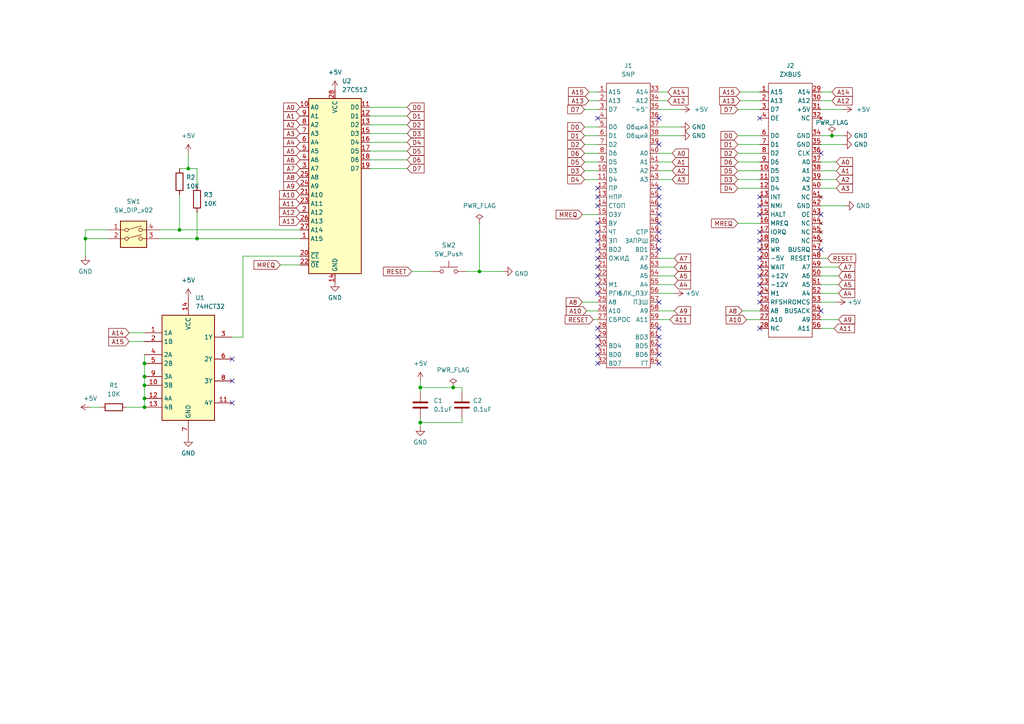
<source format=kicad_sch>
(kicad_sch (version 20230121) (generator eeschema)
  (paper "A4")
  (lib_symbols
    (symbol "Device:C" (pin_numbers hide) (pin_names (offset 0.254))
      (property "Reference" "C" (at 0.635 2.54 0))
      (property "Value" "C" (at 0.635 -2.54 0))
      (symbol "C_0_1"
        (polyline (pts (xy -2.032 -0.762) (xy 2.032 -0.762)) (stroke (width 0.508)))
        (polyline (pts (xy -2.032 0.762) (xy 2.032 0.762)) (stroke (width 0.508)))
      )
      (symbol "C_1_1"
        (pin passive line (at 0 3.81 270) (length 2.794) (name "~") (number "1"))
        (pin passive line (at 0 -3.81 90) (length 2.794) (name "~") (number "2"))
      )
    )
    (symbol "Device:R" (pin_numbers hide) (pin_names (offset 0))
      (property "Reference" "R" (at 2.032 0 90))
      (property "Value" "R" (at 0 0 90))
      (symbol "R_0_1"
        (rectangle (start -1.016 -2.54) (end 1.016 2.54) (stroke (width 0.254)))
      )
      (symbol "R_1_1"
        (pin passive line (at 0 3.81 270) (length 1.27) (name "~") (number "1"))
        (pin passive line (at 0 -3.81 90) (length 1.27) (name "~") (number "2"))
      )
    )
    (symbol "Memory_EPROM:27C512"
      (property "Reference" "U2" (at 2.0194 30.48 0))
      (property "Value" "27C512" (at 2.0194 27.94 0))
      (symbol "27C512_1_1"
        (rectangle (start -7.62 25.4) (end 7.62 -25.4) (stroke (width 0.254)) (fill (type background)))
        (pin bidirectional line (at -10.16 -15.24 0) (length 2.54) (name "A15") (number "1"))
        (pin bidirectional line (at -10.16 22.86 0) (length 2.54) (name "A0") (number "10"))
        (pin bidirectional line (at 10.16 22.86 180) (length 2.54) (name "D0") (number "11"))
        (pin bidirectional line (at 10.16 20.32 180) (length 2.54) (name "D1") (number "12"))
        (pin bidirectional line (at 10.16 17.78 180) (length 2.54) (name "D2") (number "13"))
        (pin power_in line (at 0 -27.94 90) (length 2.54) (name "GND") (number "14"))
        (pin bidirectional line (at 10.16 15.24 180) (length 2.54) (name "D3") (number "15"))
        (pin bidirectional line (at 10.16 12.7 180) (length 2.54) (name "D4") (number "16"))
        (pin bidirectional line (at 10.16 10.16 180) (length 2.54) (name "D5") (number "17"))
        (pin bidirectional line (at 10.16 7.62 180) (length 2.54) (name "D6") (number "18"))
        (pin bidirectional line (at 10.16 5.08 180) (length 2.54) (name "D7") (number "19"))
        (pin bidirectional line (at -10.16 -7.62 0) (length 2.54) (name "A12") (number "2"))
        (pin bidirectional line (at -10.16 -20.32 0) (length 2.54) (name "~{CE}") (number "20"))
        (pin bidirectional line (at -10.16 -2.54 0) (length 2.54) (name "A10") (number "21"))
        (pin bidirectional line (at -10.16 -22.86 0) (length 2.54) (name "~{OE}") (number "22"))
        (pin bidirectional line (at -10.16 -5.08 0) (length 2.54) (name "A11") (number "23"))
        (pin bidirectional line (at -10.16 0 0) (length 2.54) (name "A9") (number "24"))
        (pin bidirectional line (at -10.16 2.54 0) (length 2.54) (name "A8") (number "25"))
        (pin bidirectional line (at -10.16 -10.16 0) (length 2.54) (name "A13") (number "26"))
        (pin bidirectional line (at -10.16 -12.7 0) (length 2.54) (name "A14") (number "27"))
        (pin power_in line (at 0 27.94 270) (length 2.54) (name "VCC") (number "28"))
        (pin bidirectional line (at -10.16 5.08 0) (length 2.54) (name "A7") (number "3"))
        (pin bidirectional line (at -10.16 7.62 0) (length 2.54) (name "A6") (number "4"))
        (pin bidirectional line (at -10.16 10.16 0) (length 2.54) (name "A5") (number "5"))
        (pin bidirectional line (at -10.16 12.7 0) (length 2.54) (name "A4") (number "6"))
        (pin bidirectional line (at -10.16 15.24 0) (length 2.54) (name "A3") (number "7"))
        (pin bidirectional line (at -10.16 17.78 0) (length 2.54) (name "A2") (number "8"))
        (pin bidirectional line (at -10.16 20.32 0) (length 2.54) (name "A1") (number "9"))
      )
    )
    (symbol "Switch:SW_DIP_x02" (pin_names (offset 0) hide)
      (property "Reference" "SW" (at 0 6.35 0))
      (property "Value" "SW_DIP_x02" (at 0 -3.81 0))
      (symbol "SW_DIP_x02_0_0"
        (circle (center -2.032 0) (radius 0.508))
        (circle (center -2.032 2.54) (radius 0.508))
        (polyline (pts (xy -1.524 0.127) (xy 2.3622 1.1684)))
        (polyline (pts (xy -1.524 2.667) (xy 2.3622 3.7084)))
        (circle (center 2.032 0) (radius 0.508))
        (circle (center 2.032 2.54) (radius 0.508))
      )
      (symbol "SW_DIP_x02_0_1"
        (rectangle (start -3.81 5.08) (end 3.81 -2.54) (stroke (width 0.254)) (fill (type background)))
      )
      (symbol "SW_DIP_x02_1_1"
        (pin passive line (at -7.62 2.54 0) (length 5.08) (name "~") (number "1"))
        (pin passive line (at -7.62 0 0) (length 5.08) (name "~") (number "2"))
        (pin passive line (at 7.62 0 180) (length 5.08) (name "~") (number "3"))
        (pin passive line (at 7.62 2.54 180) (length 5.08) (name "~") (number "4"))
      )
    )
    (symbol "Switch:SW_Push" (pin_numbers hide) (pin_names (offset 1.016) hide)
      (property "Reference" "SW" (at 1.27 2.54 0))
      (property "Value" "SW_Push" (at 0 -1.524 0))
      (symbol "SW_Push_0_1"
        (circle (center -2.032 0) (radius 0.508))
        (polyline (pts (xy 0 1.27) (xy 0 3.048)))
        (polyline (pts (xy 2.54 1.27) (xy -2.54 1.27)))
        (circle (center 2.032 0) (radius 0.508))
        (pin passive line (at -5.08 0 0) (length 2.54) (name "1") (number "1"))
        (pin passive line (at 5.08 0 180) (length 2.54) (name "2") (number "2"))
      )
    )
    (symbol "power:+5V" (power) (pin_names (offset 0))
      (property "Value" "+5V" (at 0 3.556 0))
      (symbol "+5V_0_1"
        (polyline (pts (xy -0.762 1.27) (xy 0 2.54)))
        (polyline (pts (xy 0 0) (xy 0 2.54)))
        (polyline (pts (xy 0 2.54) (xy 0.762 1.27)))
      )
      (symbol "+5V_1_1"
        (pin power_in line (at 0 0 90) (length 0) hide (name "+5V") (number "1"))
      )
    )
    (symbol "power:GND" (power) (pin_names (offset 0))
      (property "Value" "GND" (at 0 -3.81 0))
      (symbol "GND_0_1"
        (polyline (pts (xy 0 0) (xy 0 -1.27) (xy 1.27 -1.27) (xy 0 -2.54) (xy -1.27 -1.27) (xy 0 -1.27)))
      )
      (symbol "GND_1_1"
        (pin power_in line (at 0 0 270) (length 0) hide (name "GND") (number "1"))
      )
    )
    (symbol "power:PWR_FLAG" (power) (pin_numbers hide) (pin_names (offset 0) hide)
      (property "Value" "PWR_FLAG" (at 0 3.81 0))
      (symbol "PWR_FLAG_0_0"
        (pin power_out line (at 0 0 90) (length 0) (name "pwr") (number "1"))
      )
      (symbol "PWR_FLAG_0_1"
        (polyline (pts (xy 0 0) (xy 0 1.27) (xy -1.016 1.905) (xy 0 2.54) (xy 1.016 1.905) (xy 0 1.27)))
      )
    )
    (symbol "w_connectors:74HCT32"
      (property "Reference" "U" (at -7.62 16.51 0))
      (property "Value" "74HCT32" (at -10.16 -20.32 0))
      (symbol "74HCT32_1_0"
        (pin input line (at -12.7 10.16 0) (length 5.08) (name "1A") (number "1"))
        (pin input line (at -12.7 -5.08 0) (length 5.08) (name "3B") (number "10"))
        (pin output line (at 12.7 -10.16 180) (length 5.08) (name "4Y") (number "11"))
        (pin input line (at -12.7 -8.89 0) (length 5.08) (name "4A") (number "12"))
        (pin input line (at -12.7 -11.43 0) (length 5.08) (name "4B") (number "13"))
        (pin power_in line (at 0 20.32 270) (length 5.08) (name "VCC") (number "14"))
        (pin input line (at -12.7 7.62 0) (length 5.08) (name "1B") (number "2"))
        (pin output line (at 12.7 8.89 180) (length 5.08) (name "1Y") (number "3"))
        (pin input line (at -12.7 3.81 0) (length 5.08) (name "2A") (number "4"))
        (pin input line (at -12.7 1.27 0) (length 5.08) (name "2B") (number "5"))
        (pin output line (at 12.7 2.54 180) (length 5.08) (name "2Y") (number "6"))
        (pin power_in line (at 0 -20.32 90) (length 5.08) (name "GND") (number "7"))
        (pin output line (at 12.7 -3.81 180) (length 5.08) (name "3Y") (number "8"))
        (pin input line (at -12.7 -2.54 0) (length 5.08) (name "3A") (number "9"))
      )
      (symbol "74HCT32_1_1"
        (rectangle (start -7.62 15.24) (end 7.62 -15.24) (stroke (width 0.254)) (fill (type background)))
      )
    )
    (symbol "w_connectors:SNP"
      (property "Reference" "J1" (at 0 43.18 0))
      (property "Value" "SNP" (at 0 40.64 0))
      (symbol "SNP_0_1"
        (rectangle (start -6.35 38.1) (end 6.35 -44.45))
      )
      (symbol "SNP_1_1"
        (pin bidirectional line (at -8.89 35.56 0) (length 2.54) (name "A15") (number "1"))
        (pin output line (at -8.89 12.7 0) (length 2.54) (name "D3") (number "10"))
        (pin output line (at -8.89 10.16 0) (length 2.54) (name "D4") (number "11"))
        (pin output line (at -8.89 7.62 0) (length 2.54) (name "ПР") (number "12"))
        (pin output line (at -8.89 5.08 0) (length 2.54) (name "НПР") (number "13"))
        (pin output line (at -8.89 2.54 0) (length 2.54) (name "СТОП") (number "14"))
        (pin output line (at -8.89 0 0) (length 2.54) (name "ОЗУ") (number "15"))
        (pin output line (at -8.89 -2.54 0) (length 2.54) (name "ВУ") (number "16"))
        (pin output line (at -8.89 -5.08 0) (length 2.54) (name "ЧТ") (number "17"))
        (pin output line (at -8.89 -7.62 0) (length 2.54) (name "ЗП") (number "18"))
        (pin output line (at -8.89 -10.16 0) (length 2.54) (name "BD2") (number "19"))
        (pin bidirectional line (at -8.89 33.02 0) (length 2.54) (name "A13") (number "2"))
        (pin output line (at -8.89 -12.7 0) (length 2.54) (name "ОЖИД") (number "20"))
        (pin output line (at -8.89 -15.24 0) (length 2.54) (name "") (number "21"))
        (pin output line (at -8.89 -17.78 0) (length 2.54) (name "") (number "22"))
        (pin output line (at -8.89 -20.32 0) (length 2.54) (name "М1") (number "23"))
        (pin output line (at -8.89 -22.86 0) (length 2.54) (name "РГН") (number "24"))
        (pin bidirectional line (at -8.89 -25.4 0) (length 2.54) (name "A8") (number "25"))
        (pin bidirectional line (at -8.89 -27.94 0) (length 2.54) (name "A10") (number "26"))
        (pin output line (at -8.89 -30.48 0) (length 2.54) (name "СБРОС") (number "27"))
        (pin output line (at -8.89 -33.02 0) (length 2.54) (name "") (number "28"))
        (pin output line (at -8.89 -35.56 0) (length 2.54) (name "") (number "29"))
        (pin output line (at -8.89 30.48 0) (length 2.54) (name "D7") (number "3"))
        (pin output line (at -8.89 -38.1 0) (length 2.54) (name "BD4") (number "30"))
        (pin bidirectional line (at -8.89 -40.64 0) (length 2.54) (name "BD0") (number "31"))
        (pin output line (at -8.89 -43.18 0) (length 2.54) (name "BD7") (number "32"))
        (pin bidirectional line (at 8.89 35.56 180) (length 2.54) (name "A14") (number "33"))
        (pin bidirectional line (at 8.89 33.02 180) (length 2.54) (name "A12") (number "34"))
        (pin power_in line (at 8.89 30.48 180) (length 2.54) (name "\"+5\"") (number "35"))
        (pin output line (at 8.89 27.94 180) (length 2.54) (name "") (number "36"))
        (pin power_in line (at 8.89 25.4 180) (length 2.54) (name "Общий") (number "37"))
        (pin power_in line (at 8.89 22.86 180) (length 2.54) (name "Общий") (number "38"))
        (pin output line (at 8.89 20.32 180) (length 2.54) (name "") (number "39"))
        (pin output line (at -8.89 27.94 0) (length 2.54) (name "") (number "4"))
        (pin bidirectional line (at 8.89 17.78 180) (length 2.54) (name "A0") (number "40"))
        (pin bidirectional line (at 8.89 15.24 180) (length 2.54) (name "A1") (number "41"))
        (pin bidirectional line (at 8.89 12.7 180) (length 2.54) (name "A2") (number "42"))
        (pin bidirectional line (at 8.89 10.16 180) (length 2.54) (name "A3") (number "43"))
        (pin output line (at 8.89 7.62 180) (length 2.54) (name "") (number "44"))
        (pin output line (at 8.89 5.08 180) (length 2.54) (name "") (number "45"))
        (pin output line (at 8.89 2.54 180) (length 2.54) (name "") (number "46"))
        (pin output line (at 8.89 0 180) (length 2.54) (name "") (number "47"))
        (pin output line (at 8.89 -2.54 180) (length 2.54) (name "") (number "48"))
        (pin output line (at 8.89 -5.08 180) (length 2.54) (name "СТР") (number "49"))
        (pin output line (at -8.89 25.4 0) (length 2.54) (name "D0") (number "5"))
        (pin output line (at 8.89 -7.62 180) (length 2.54) (name "ЗАПРШ") (number "50"))
        (pin bidirectional line (at 8.89 -10.16 180) (length 2.54) (name "BD1") (number "51"))
        (pin bidirectional line (at 8.89 -12.7 180) (length 2.54) (name "A7") (number "52"))
        (pin bidirectional line (at 8.89 -15.24 180) (length 2.54) (name "A6") (number "53"))
        (pin bidirectional line (at 8.89 -17.78 180) (length 2.54) (name "A5") (number "54"))
        (pin bidirectional line (at 8.89 -20.32 180) (length 2.54) (name "A4") (number "55"))
        (pin power_in line (at 8.89 -22.86 180) (length 2.54) (name "БЛК_ПЗУ") (number "56"))
        (pin output line (at 8.89 -25.4 180) (length 2.54) (name "ПЗШ") (number "57"))
        (pin bidirectional line (at 8.89 -27.94 180) (length 2.54) (name "A9") (number "58"))
        (pin bidirectional line (at 8.89 -30.48 180) (length 2.54) (name "A11") (number "59"))
        (pin output line (at -8.89 22.86 0) (length 2.54) (name "D1") (number "6"))
        (pin output line (at 8.89 -33.02 180) (length 2.54) (name "") (number "60"))
        (pin output line (at 8.89 -35.56 180) (length 2.54) (name "BD3") (number "61"))
        (pin output line (at 8.89 -38.1 180) (length 2.54) (name "BD5") (number "62"))
        (pin output line (at 8.89 -40.64 180) (length 2.54) (name "BD6") (number "63"))
        (pin output line (at 8.89 -43.18 180) (length 2.54) (name "ГТ") (number "64"))
        (pin output line (at -8.89 20.32 0) (length 2.54) (name "D2") (number "7"))
        (pin output line (at -8.89 17.78 0) (length 2.54) (name "D6") (number "8"))
        (pin output line (at -8.89 15.24 0) (length 2.54) (name "D5") (number "9"))
      )
    )
    (symbol "w_connectors:ZXBUS"
      (property "Reference" "J2" (at 0 43.18 0))
      (property "Value" "ZXBUS" (at 0 40.64 0))
      (symbol "ZXBUS_0_1"
        (rectangle (start -6.35 38.1) (end 6.35 -35.56))
      )
      (symbol "ZXBUS_1_1"
        (pin input line (at -8.89 35.56 0) (length 2.54) (name "A15") (number "1"))
        (pin input line (at -8.89 12.7 0) (length 2.54) (name "D5") (number "10"))
        (pin input line (at -8.89 10.16 0) (length 2.54) (name "D3") (number "11"))
        (pin input line (at -8.89 7.62 0) (length 2.54) (name "D4") (number "12"))
        (pin input line (at -8.89 5.08 0) (length 2.54) (name "INT") (number "13"))
        (pin input line (at -8.89 2.54 0) (length 2.54) (name "NMI") (number "14"))
        (pin input line (at -8.89 0 0) (length 2.54) (name "HALT") (number "15"))
        (pin input line (at -8.89 -2.54 0) (length 2.54) (name "MREQ") (number "16"))
        (pin input line (at -8.89 -5.08 0) (length 2.54) (name "IORQ") (number "17"))
        (pin input line (at -8.89 -7.62 0) (length 2.54) (name "RD") (number "18"))
        (pin input line (at -8.89 -10.16 0) (length 2.54) (name "WR") (number "19"))
        (pin input line (at -8.89 33.02 0) (length 2.54) (name "A13") (number "2"))
        (pin input line (at -8.89 -12.7 0) (length 2.54) (name "-5V") (number "20"))
        (pin input line (at -8.89 -15.24 0) (length 2.54) (name "WAIT") (number "21"))
        (pin input line (at -8.89 -17.78 0) (length 2.54) (name "+12V") (number "22"))
        (pin input line (at -8.89 -20.32 0) (length 2.54) (name "-12V") (number "23"))
        (pin input line (at -8.89 -22.86 0) (length 2.54) (name "M1") (number "24"))
        (pin input line (at -8.89 -25.4 0) (length 2.54) (name "RFSH") (number "25"))
        (pin input line (at -8.89 -27.94 0) (length 2.54) (name "A8") (number "26"))
        (pin input line (at -8.89 -30.48 0) (length 2.54) (name "A10") (number "27"))
        (pin input line (at -8.89 -33.02 0) (length 2.54) (name "NC") (number "28"))
        (pin input line (at 8.89 35.56 180) (length 2.54) (name "A14") (number "29"))
        (pin input line (at -8.89 30.48 0) (length 2.54) (name "D7") (number "3"))
        (pin input line (at 8.89 33.02 180) (length 2.54) (name "A12") (number "30"))
        (pin power_in line (at 8.89 30.48 180) (length 2.54) (name "+5V") (number "31"))
        (pin no_connect line (at 8.89 27.94 180) (length 2.54) (name "NC") (number "32"))
        (pin power_in line (at 8.89 22.86 180) (length 2.54) (name "GND") (number "34"))
        (pin power_in line (at 8.89 20.32 180) (length 2.54) (name "GND") (number "35"))
        (pin input line (at 8.89 17.78 180) (length 2.54) (name "CLK") (number "36"))
        (pin input line (at 8.89 15.24 180) (length 2.54) (name "A0") (number "37"))
        (pin input line (at 8.89 12.7 180) (length 2.54) (name "A1") (number "38"))
        (pin input line (at 8.89 10.16 180) (length 2.54) (name "A2") (number "39"))
        (pin input line (at -8.89 27.94 0) (length 2.54) (name "OE") (number "4"))
        (pin input line (at 8.89 7.62 180) (length 2.54) (name "A3") (number "40"))
        (pin no_connect line (at 8.89 5.08 180) (length 2.54) (name "NC") (number "41"))
        (pin power_in line (at 8.89 2.54 180) (length 2.54) (name "GND") (number "42"))
        (pin input line (at 8.89 0 180) (length 2.54) (name "OE") (number "43"))
        (pin no_connect line (at 8.89 -2.54 180) (length 2.54) (name "NC") (number "44"))
        (pin no_connect line (at 8.89 -5.08 180) (length 2.54) (name "NC") (number "45"))
        (pin no_connect line (at 8.89 -7.62 180) (length 2.54) (name "NC") (number "46"))
        (pin input line (at 8.89 -10.16 180) (length 2.54) (name "BUSRQ") (number "47"))
        (pin input line (at 8.89 -12.7 180) (length 2.54) (name "RESET") (number "48"))
        (pin input line (at 8.89 -15.24 180) (length 2.54) (name "A7") (number "49"))
        (pin input line (at 8.89 -17.78 180) (length 2.54) (name "A6") (number "50"))
        (pin input line (at 8.89 -20.32 180) (length 2.54) (name "A5") (number "51"))
        (pin input line (at 8.89 -22.86 180) (length 2.54) (name "A4") (number "52"))
        (pin input line (at 8.89 -25.4 180) (length 2.54) (name "ROMCS") (number "53"))
        (pin input line (at 8.89 -27.94 180) (length 2.54) (name "BUSACK") (number "54"))
        (pin input line (at 8.89 -30.48 180) (length 2.54) (name "A9") (number "55"))
        (pin input line (at 8.89 -33.02 180) (length 2.54) (name "A11") (number "56"))
        (pin input line (at -8.89 22.86 0) (length 2.54) (name "D0") (number "6"))
        (pin input line (at -8.89 20.32 0) (length 2.54) (name "D1") (number "7"))
        (pin input line (at -8.89 17.78 0) (length 2.54) (name "D2") (number "8"))
        (pin input line (at -8.89 15.24 0) (length 2.54) (name "D6") (number "9"))
      )
    )
  )
  (junction (at 52.07 66.675))
  (junction (at 121.92 112.395))
  (junction (at 41.91 109.22))
  (junction (at 24.765 69.215))
  (junction (at 139.065 78.74))
  (junction (at 131.445 112.395))
  (junction (at 57.15 69.215))
  (junction (at 41.91 111.76))
  (junction (at 41.91 105.41))
  (junction (at 54.61 48.895))
  (junction (at 121.92 122.555))
  (junction (at 241.3 39.37))
  (junction (at 41.91 118.11))
  (junction (at 41.91 115.57))
  (no_connect (at 173.355 72.39))
  (no_connect (at 173.355 82.55))
  (no_connect (at 67.31 116.84))
  (no_connect (at 173.355 105.41))
  (no_connect (at 191.135 34.29))
  (no_connect (at 191.135 102.87))
  (no_connect (at 191.135 95.25))
  (no_connect (at 191.135 54.61))
  (no_connect (at 220.345 72.39))
  (no_connect (at 220.345 67.31))
  (no_connect (at 191.135 62.23))
  (no_connect (at 220.345 69.85))
  (no_connect (at 191.135 59.69))
  (no_connect (at 173.355 80.01))
  (no_connect (at 220.345 74.93))
  (no_connect (at 191.135 100.33))
  (no_connect (at 173.355 34.29))
  (no_connect (at 238.125 44.45))
  (no_connect (at 173.355 102.87))
  (no_connect (at 173.355 54.61))
  (no_connect (at 191.135 105.41))
  (no_connect (at 191.135 67.31))
  (no_connect (at 67.31 110.49))
  (no_connect (at 191.135 41.91))
  (no_connect (at 173.355 95.25))
  (no_connect (at 67.31 104.14))
  (no_connect (at 220.345 62.23))
  (no_connect (at 173.355 100.33))
  (no_connect (at 173.355 59.69))
  (no_connect (at 173.355 74.93))
  (no_connect (at 220.345 77.47))
  (no_connect (at 220.345 34.29))
  (no_connect (at 220.345 95.25))
  (no_connect (at 191.135 57.15))
  (no_connect (at 238.125 62.23))
  (no_connect (at 173.355 64.77))
  (no_connect (at 238.125 90.17))
  (no_connect (at 220.345 85.09))
  (no_connect (at 220.345 57.15))
  (no_connect (at 191.135 87.63))
  (no_connect (at 220.345 87.63))
  (no_connect (at 191.135 69.85))
  (no_connect (at 173.355 85.09))
  (no_connect (at 173.355 67.31))
  (no_connect (at 191.135 64.77))
  (no_connect (at 173.355 77.47))
  (no_connect (at 220.345 59.69))
  (no_connect (at 173.355 97.79))
  (no_connect (at 173.355 57.15))
  (no_connect (at 220.345 82.55))
  (no_connect (at 191.135 97.79))
  (no_connect (at 191.135 72.39))
  (no_connect (at 238.125 72.39))
  (no_connect (at 220.345 80.01))
  (no_connect (at 173.355 69.85))
  (wire (pts (xy 245.11 59.69) (xy 238.125 59.69)))
  (wire (pts (xy 194.945 49.53) (xy 191.135 49.53)))
  (wire (pts (xy 118.11 48.895) (xy 107.315 48.895)))
  (wire (pts (xy 197.485 31.75) (xy 191.135 31.75)))
  (wire (pts (xy 195.58 74.93) (xy 191.135 74.93)))
  (wire (pts (xy 57.15 61.595) (xy 57.15 69.215)))
  (wire (pts (xy 243.205 85.09) (xy 238.125 85.09)))
  (wire (pts (xy 169.545 39.37) (xy 173.355 39.37)))
  (wire (pts (xy 168.91 87.63) (xy 173.355 87.63)))
  (wire (pts (xy 118.11 41.275) (xy 107.315 41.275)))
  (wire (pts (xy 70.485 97.79) (xy 70.485 74.295)))
  (wire (pts (xy 195.58 90.17) (xy 191.135 90.17)))
  (wire (pts (xy 170.815 29.21) (xy 173.355 29.21)))
  (wire (pts (xy 241.3 29.21) (xy 238.125 29.21)))
  (wire (pts (xy 213.995 41.91) (xy 220.345 41.91)))
  (wire (pts (xy 118.11 31.115) (xy 107.315 31.115)))
  (wire (pts (xy 214.63 26.67) (xy 220.345 26.67)))
  (wire (pts (xy 41.91 115.57) (xy 41.91 118.11)))
  (wire (pts (xy 54.61 44.45) (xy 54.61 48.895)))
  (wire (pts (xy 57.15 69.215) (xy 46.355 69.215)))
  (wire (pts (xy 195.58 77.47) (xy 191.135 77.47)))
  (wire (pts (xy 41.91 111.76) (xy 41.91 115.57)))
  (wire (pts (xy 243.205 80.01) (xy 238.125 80.01)))
  (wire (pts (xy 244.475 41.91) (xy 238.125 41.91)))
  (wire (pts (xy 213.995 49.53) (xy 220.345 49.53)))
  (wire (pts (xy 169.545 36.83) (xy 173.355 36.83)))
  (wire (pts (xy 172.085 92.71) (xy 173.355 92.71)))
  (wire (pts (xy 31.115 66.675) (xy 24.765 66.675)))
  (wire (pts (xy 241.3 39.37) (xy 238.125 39.37)))
  (wire (pts (xy 213.995 31.75) (xy 220.345 31.75)))
  (wire (pts (xy 194.945 52.07) (xy 191.135 52.07)))
  (wire (pts (xy 54.61 48.895) (xy 52.07 48.895)))
  (wire (pts (xy 24.765 74.295) (xy 24.765 69.215)))
  (wire (pts (xy 242.57 54.61) (xy 238.125 54.61)))
  (wire (pts (xy 121.92 112.395) (xy 131.445 112.395)))
  (wire (pts (xy 168.91 62.23) (xy 173.355 62.23)))
  (wire (pts (xy 118.11 38.735) (xy 107.315 38.735)))
  (wire (pts (xy 121.92 121.285) (xy 121.92 122.555)))
  (wire (pts (xy 118.11 33.655) (xy 107.315 33.655)))
  (wire (pts (xy 86.995 69.215) (xy 57.15 69.215)))
  (wire (pts (xy 242.57 49.53) (xy 238.125 49.53)))
  (wire (pts (xy 240.03 74.93) (xy 238.125 74.93)))
  (wire (pts (xy 131.445 112.395) (xy 133.985 112.395)))
  (wire (pts (xy 241.935 95.25) (xy 238.125 95.25)))
  (wire (pts (xy 41.91 105.41) (xy 41.91 109.22)))
  (wire (pts (xy 169.545 46.99) (xy 173.355 46.99)))
  (wire (pts (xy 169.545 44.45) (xy 173.355 44.45)))
  (wire (pts (xy 215.265 90.17) (xy 220.345 90.17)))
  (wire (pts (xy 52.07 56.515) (xy 52.07 66.675)))
  (wire (pts (xy 195.58 82.55) (xy 191.135 82.55)))
  (wire (pts (xy 57.15 53.975) (xy 57.15 48.895)))
  (wire (pts (xy 213.995 64.77) (xy 220.345 64.77)))
  (wire (pts (xy 121.92 122.555) (xy 133.985 122.555)))
  (wire (pts (xy 24.765 69.215) (xy 31.115 69.215)))
  (wire (pts (xy 197.485 36.83) (xy 191.135 36.83)))
  (wire (pts (xy 57.15 48.895) (xy 54.61 48.895)))
  (wire (pts (xy 146.05 78.74) (xy 139.065 78.74)))
  (wire (pts (xy 37.465 96.52) (xy 41.91 96.52)))
  (wire (pts (xy 139.065 78.74) (xy 135.255 78.74)))
  (wire (pts (xy 243.205 82.55) (xy 238.125 82.55)))
  (wire (pts (xy 169.545 49.53) (xy 173.355 49.53)))
  (wire (pts (xy 197.485 39.37) (xy 191.135 39.37)))
  (wire (pts (xy 193.675 26.67) (xy 191.135 26.67)))
  (wire (pts (xy 169.545 41.91) (xy 173.355 41.91)))
  (wire (pts (xy 37.465 99.06) (xy 41.91 99.06)))
  (wire (pts (xy 243.205 77.47) (xy 238.125 77.47)))
  (wire (pts (xy 195.58 80.01) (xy 191.135 80.01)))
  (wire (pts (xy 24.765 66.675) (xy 24.765 69.215)))
  (wire (pts (xy 121.92 112.395) (xy 121.92 113.665)))
  (wire (pts (xy 67.31 97.79) (xy 70.485 97.79)))
  (wire (pts (xy 213.995 52.07) (xy 220.345 52.07)))
  (wire (pts (xy 213.995 39.37) (xy 220.345 39.37)))
  (wire (pts (xy 26.035 118.11) (xy 29.21 118.11)))
  (wire (pts (xy 70.485 74.295) (xy 86.995 74.295)))
  (wire (pts (xy 118.11 46.355) (xy 107.315 46.355)))
  (wire (pts (xy 242.57 87.63) (xy 238.125 87.63)))
  (wire (pts (xy 52.07 66.675) (xy 46.355 66.675)))
  (wire (pts (xy 41.91 109.22) (xy 41.91 111.76)))
  (wire (pts (xy 170.815 26.67) (xy 173.355 26.67)))
  (wire (pts (xy 170.18 90.17) (xy 173.355 90.17)))
  (wire (pts (xy 139.065 64.77) (xy 139.065 78.74)))
  (wire (pts (xy 244.475 39.37) (xy 241.3 39.37)))
  (wire (pts (xy 213.995 44.45) (xy 220.345 44.45)))
  (wire (pts (xy 36.83 118.11) (xy 41.91 118.11)))
  (wire (pts (xy 118.11 36.195) (xy 107.315 36.195)))
  (wire (pts (xy 244.475 31.75) (xy 238.125 31.75)))
  (wire (pts (xy 213.995 46.99) (xy 220.345 46.99)))
  (wire (pts (xy 121.92 110.49) (xy 121.92 112.395)))
  (wire (pts (xy 213.995 54.61) (xy 220.345 54.61)))
  (wire (pts (xy 118.11 43.815) (xy 107.315 43.815)))
  (wire (pts (xy 194.31 92.71) (xy 191.135 92.71)))
  (wire (pts (xy 214.63 29.21) (xy 220.345 29.21)))
  (wire (pts (xy 121.92 122.555) (xy 121.92 123.825)))
  (wire (pts (xy 169.545 31.75) (xy 173.355 31.75)))
  (wire (pts (xy 86.995 66.675) (xy 52.07 66.675)))
  (wire (pts (xy 41.91 102.87) (xy 41.91 105.41)))
  (wire (pts (xy 194.945 44.45) (xy 191.135 44.45)))
  (wire (pts (xy 195.58 85.09) (xy 191.135 85.09)))
  (wire (pts (xy 193.675 29.21) (xy 191.135 29.21)))
  (wire (pts (xy 242.57 52.07) (xy 238.125 52.07)))
  (wire (pts (xy 119.38 78.74) (xy 125.095 78.74)))
  (wire (pts (xy 169.545 52.07) (xy 173.355 52.07)))
  (wire (pts (xy 243.205 92.71) (xy 238.125 92.71)))
  (wire (pts (xy 241.3 26.67) (xy 238.125 26.67)))
  (wire (pts (xy 194.945 46.99) (xy 191.135 46.99)))
  (wire (pts (xy 81.28 76.835) (xy 86.995 76.835)))
  (wire (pts (xy 242.57 46.99) (xy 238.125 46.99)))
  (wire (pts (xy 216.535 92.71) (xy 220.345 92.71)))
  (wire (pts (xy 133.985 112.395) (xy 133.985 113.665)))
  (wire (pts (xy 133.985 122.555) (xy 133.985 121.285)))
  (global_label "A10" (shape input) (at 170.18 90.17 180) (property "Intersheetrefs" "${INTERSHEET_REFS}" (effects hide)))
  (global_label "A2" (shape input) (at 242.57 52.07 0) (property "Intersheetrefs" "${INTERSHEET_REFS}" (effects hide)))
  (global_label "A14" (shape input) (at 241.3 26.67 0) (property "Intersheetrefs" "${INTERSHEET_REFS}" (effects hide)))
  (global_label "A4" (shape input) (at 243.205 85.09 0) (property "Intersheetrefs" "${INTERSHEET_REFS}" (effects hide)))
  (global_label "A9" (shape input) (at 243.205 92.71 0) (property "Intersheetrefs" "${INTERSHEET_REFS}" (effects hide)))
  (global_label "D6" (shape input) (at 118.11 46.355 0) (property "Intersheetrefs" "${INTERSHEET_REFS}" (effects hide)))
  (global_label "A13" (shape input) (at 170.815 29.21 180) (property "Intersheetrefs" "${INTERSHEET_REFS}" (effects hide)))
  (global_label "A0" (shape input) (at 242.57 46.99 0) (property "Intersheetrefs" "${INTERSHEET_REFS}" (effects hide)))
  (global_label "D5" (shape input) (at 118.11 43.815 0) (property "Intersheetrefs" "${INTERSHEET_REFS}" (effects hide)))
  (global_label "A3" (shape input) (at 242.57 54.61 0) (property "Intersheetrefs" "${INTERSHEET_REFS}" (effects hide)))
  (global_label "RESET" (shape input) (at 119.38 78.74 180) (property "Intersheetrefs" "${INTERSHEET_REFS}" (effects hide)))
  (global_label "D4" (shape input) (at 169.545 52.07 180) (property "Intersheetrefs" "${INTERSHEET_REFS}" (effects hide)))
  (global_label "A7" (shape input) (at 243.205 77.47 0) (property "Intersheetrefs" "${INTERSHEET_REFS}" (effects hide)))
  (global_label "A1" (shape input) (at 194.945 46.99 0) (property "Intersheetrefs" "${INTERSHEET_REFS}" (effects hide)))
  (global_label "A5" (shape input) (at 243.205 82.55 0) (property "Intersheetrefs" "${INTERSHEET_REFS}" (effects hide)))
  (global_label "A4" (shape input) (at 195.58 82.55 0) (property "Intersheetrefs" "${INTERSHEET_REFS}" (effects hide)))
  (global_label "A15" (shape input) (at 170.815 26.67 180) (property "Intersheetrefs" "${INTERSHEET_REFS}" (effects hide)))
  (global_label "A8" (shape input) (at 215.265 90.17 180) (property "Intersheetrefs" "${INTERSHEET_REFS}" (effects hide)))
  (global_label "A2" (shape input) (at 194.945 49.53 0) (property "Intersheetrefs" "${INTERSHEET_REFS}" (effects hide)))
  (global_label "D0" (shape input) (at 169.545 36.83 180) (property "Intersheetrefs" "${INTERSHEET_REFS}" (effects hide)))
  (global_label "A14" (shape input) (at 37.465 96.52 180) (property "Intersheetrefs" "${INTERSHEET_REFS}" (effects hide)))
  (global_label "D4" (shape input) (at 213.995 54.61 180) (property "Intersheetrefs" "${INTERSHEET_REFS}" (effects hide)))
  (global_label "D0" (shape input) (at 213.995 39.37 180) (property "Intersheetrefs" "${INTERSHEET_REFS}" (effects hide)))
  (global_label "D7" (shape input) (at 169.545 31.75 180) (property "Intersheetrefs" "${INTERSHEET_REFS}" (effects hide)))
  (global_label "A15" (shape input) (at 214.63 26.67 180) (property "Intersheetrefs" "${INTERSHEET_REFS}" (effects hide)))
  (global_label "A7" (shape input) (at 195.58 74.93 0) (property "Intersheetrefs" "${INTERSHEET_REFS}" (effects hide)))
  (global_label "D2" (shape input) (at 169.545 41.91 180) (property "Intersheetrefs" "${INTERSHEET_REFS}" (effects hide)))
  (global_label "D5" (shape input) (at 213.995 49.53 180) (property "Intersheetrefs" "${INTERSHEET_REFS}" (effects hide)))
  (global_label "A0" (shape input) (at 194.945 44.45 0) (property "Intersheetrefs" "${INTERSHEET_REFS}" (effects hide)))
  (global_label "D3" (shape input) (at 118.11 38.735 0) (property "Intersheetrefs" "${INTERSHEET_REFS}" (effects hide)))
  (global_label "A7" (shape input) (at 86.995 48.895 180) (property "Intersheetrefs" "${INTERSHEET_REFS}" (effects hide)))
  (global_label "A14" (shape input) (at 193.675 26.67 0) (property "Intersheetrefs" "${INTERSHEET_REFS}" (effects hide)))
  (global_label "A4" (shape input) (at 86.995 41.275 180) (property "Intersheetrefs" "${INTERSHEET_REFS}" (effects hide)))
  (global_label "D6" (shape input) (at 169.545 44.45 180) (property "Intersheetrefs" "${INTERSHEET_REFS}" (effects hide)))
  (global_label "D7" (shape input) (at 213.995 31.75 180) (property "Intersheetrefs" "${INTERSHEET_REFS}" (effects hide)))
  (global_label "A5" (shape input) (at 195.58 80.01 0) (property "Intersheetrefs" "${INTERSHEET_REFS}" (effects hide)))
  (global_label "D5" (shape input) (at 169.545 46.99 180) (property "Intersheetrefs" "${INTERSHEET_REFS}" (effects hide)))
  (global_label "A10" (shape input) (at 86.995 56.515 180) (property "Intersheetrefs" "${INTERSHEET_REFS}" (effects hide)))
  (global_label "A8" (shape input) (at 168.91 87.63 180) (property "Intersheetrefs" "${INTERSHEET_REFS}" (effects hide)))
  (global_label "A9" (shape input) (at 86.995 53.975 180) (property "Intersheetrefs" "${INTERSHEET_REFS}" (effects hide)))
  (global_label "D2" (shape input) (at 213.995 44.45 180) (property "Intersheetrefs" "${INTERSHEET_REFS}" (effects hide)))
  (global_label "A13" (shape input) (at 214.63 29.21 180) (property "Intersheetrefs" "${INTERSHEET_REFS}" (effects hide)))
  (global_label "A10" (shape input) (at 216.535 92.71 180) (property "Intersheetrefs" "${INTERSHEET_REFS}" (effects hide)))
  (global_label "A1" (shape input) (at 242.57 49.53 0) (property "Intersheetrefs" "${INTERSHEET_REFS}" (effects hide)))
  (global_label "D3" (shape input) (at 169.545 49.53 180) (property "Intersheetrefs" "${INTERSHEET_REFS}" (effects hide)))
  (global_label "A2" (shape input) (at 86.995 36.195 180) (property "Intersheetrefs" "${INTERSHEET_REFS}" (effects hide)))
  (global_label "MREQ" (shape input) (at 81.28 76.835 180) (property "Intersheetrefs" "${INTERSHEET_REFS}" (effects hide)))
  (global_label "D2" (shape input) (at 118.11 36.195 0) (property "Intersheetrefs" "${INTERSHEET_REFS}" (effects hide)))
  (global_label "A3" (shape input) (at 194.945 52.07 0) (property "Intersheetrefs" "${INTERSHEET_REFS}" (effects hide)))
  (global_label "D3" (shape input) (at 213.995 52.07 180) (property "Intersheetrefs" "${INTERSHEET_REFS}" (effects hide)))
  (global_label "A6" (shape input) (at 86.995 46.355 180) (property "Intersheetrefs" "${INTERSHEET_REFS}" (effects hide)))
  (global_label "D1" (shape input) (at 169.545 39.37 180) (property "Intersheetrefs" "${INTERSHEET_REFS}" (effects hide)))
  (global_label "A3" (shape input) (at 86.995 38.735 180) (property "Intersheetrefs" "${INTERSHEET_REFS}" (effects hide)))
  (global_label "A15" (shape input) (at 37.465 99.06 180) (property "Intersheetrefs" "${INTERSHEET_REFS}" (effects hide)))
  (global_label "A13" (shape input) (at 86.995 64.135 180) (property "Intersheetrefs" "${INTERSHEET_REFS}" (effects hide)))
  (global_label "D1" (shape input) (at 118.11 33.655 0) (property "Intersheetrefs" "${INTERSHEET_REFS}" (effects hide)))
  (global_label "MREQ" (shape input) (at 168.91 62.23 180) (property "Intersheetrefs" "${INTERSHEET_REFS}" (effects hide)))
  (global_label "RESET" (shape input) (at 172.085 92.71 180) (property "Intersheetrefs" "${INTERSHEET_REFS}" (effects hide)))
  (global_label "A12" (shape input) (at 86.995 61.595 180) (property "Intersheetrefs" "${INTERSHEET_REFS}" (effects hide)))
  (global_label "A9" (shape input) (at 195.58 90.17 0) (property "Intersheetrefs" "${INTERSHEET_REFS}" (effects hide)))
  (global_label "A12" (shape input) (at 193.675 29.21 0) (property "Intersheetrefs" "${INTERSHEET_REFS}" (effects hide)))
  (global_label "A11" (shape input) (at 241.935 95.25 0) (property "Intersheetrefs" "${INTERSHEET_REFS}" (effects hide)))
  (global_label "D1" (shape input) (at 213.995 41.91 180) (property "Intersheetrefs" "${INTERSHEET_REFS}" (effects hide)))
  (global_label "A12" (shape input) (at 241.3 29.21 0) (property "Intersheetrefs" "${INTERSHEET_REFS}" (effects hide)))
  (global_label "A6" (shape input) (at 195.58 77.47 0) (property "Intersheetrefs" "${INTERSHEET_REFS}" (effects hide)))
  (global_label "A11" (shape input) (at 86.995 59.055 180) (property "Intersheetrefs" "${INTERSHEET_REFS}" (effects hide)))
  (global_label "A5" (shape input) (at 86.995 43.815 180) (property "Intersheetrefs" "${INTERSHEET_REFS}" (effects hide)))
  (global_label "A11" (shape input) (at 194.31 92.71 0) (property "Intersheetrefs" "${INTERSHEET_REFS}" (effects hide)))
  (global_label "D0" (shape input) (at 118.11 31.115 0) (property "Intersheetrefs" "${INTERSHEET_REFS}" (effects hide)))
  (global_label "MREQ" (shape input) (at 213.995 64.77 180) (property "Intersheetrefs" "${INTERSHEET_REFS}" (effects hide)))
  (global_label "A6" (shape input) (at 243.205 80.01 0) (property "Intersheetrefs" "${INTERSHEET_REFS}" (effects hide)))
  (global_label "D7" (shape input) (at 118.11 48.895 0) (property "Intersheetrefs" "${INTERSHEET_REFS}" (effects hide)))
  (global_label "A1" (shape input) (at 86.995 33.655 180) (property "Intersheetrefs" "${INTERSHEET_REFS}" (effects hide)))
  (global_label "A0" (shape input) (at 86.995 31.115 180) (property "Intersheetrefs" "${INTERSHEET_REFS}" (effects hide)))
  (global_label "RESET" (shape input) (at 240.03 74.93 0) (property "Intersheetrefs" "${INTERSHEET_REFS}" (effects hide)))
  (global_label "A8" (shape input) (at 86.995 51.435 180) (property "Intersheetrefs" "${INTERSHEET_REFS}" (effects hide)))
  (global_label "D4" (shape input) (at 118.11 41.275 0) (property "Intersheetrefs" "${INTERSHEET_REFS}" (effects hide)))
  (global_label "D6" (shape input) (at 213.995 46.99 180) (property "Intersheetrefs" "${INTERSHEET_REFS}" (effects hide)))
  (symbol (lib_id "power:+5V") (at 121.92 110.49 0) (unit 1)
    (property "Reference" "#PWR0118" (effects hide))
    (property "Value" "+5V" (at 121.92 105.41 0))
  )
  (symbol (lib_id "Device:C") (at 133.985 117.475 0) (unit 1)
    (property "Reference" "C2" (at 137.16 116.2049 0) (effects (justify left)))
    (property "Value" "0.1uF" (at 137.16 118.7449 0) (effects (justify left)))
    (property "Footprint" "Capacitor_THT:C_Disc_D4.7mm_W2.5mm_P5.00mm" (effects hide))
  )
  (symbol (lib_id "power:+5V") (at 244.475 31.75 270) (unit 1)
    (property "Reference" "#PWR0101" (effects hide))
    (property "Value" "+5V" (at 248.285 31.7499 90) (effects (justify left)))
  )
  (symbol (lib_id "w_connectors:74HCT32") (at 54.61 106.68 0) (unit 1)
    (property "Reference" "U1" (at 56.6294 86.36 0) (effects (justify left)))
    (property "Value" "74HCT32" (at 56.6294 88.9 0) (effects (justify left)))
    (property "Footprint" "Package_DIP:DIP-14_W7.62mm" (effects hide))
    (property "Datasheet" "https://www.ti.com/lit/ds/symlink/cd54hc373.pdf" (effects hide))
  )
  (symbol (lib_id "Switch:SW_Push") (at 130.175 78.74 0) (unit 1)
    (property "Reference" "SW2" (at 130.175 71.12 0))
    (property "Value" "SW_Push" (at 130.175 73.66 0))
    (property "Footprint" "Button_Switch_THT:SW_PUSH_6mm" (effects hide))
  )
  (symbol (lib_id "power:+5V") (at 97.155 26.035 0) (unit 1)
    (property "Reference" "#PWR0109" (effects hide))
    (property "Value" "+5V" (at 97.155 20.955 0))
  )
  (symbol (lib_id "w_connectors:ZXBUS") (at 229.235 62.23 0) (unit 1)
    (property "Reference" "J2" (at 229.235 19.05 0))
    (property "Value" "ZXBUS" (at 229.235 21.59 0))
    (property "Footprint" "w_conn_av:ZX SPECTRUM EDGE CONNECTOR (HORIZONTAL)" (effects hide))
  )
  (symbol (lib_id "w_connectors:SNP") (at 182.245 62.23 0) (unit 1)
    (property "Reference" "J1" (at 182.245 19.05 0))
    (property "Value" "SNP" (at 182.245 21.59 0))
    (property "Footprint" "w_conn_av:SNP96" (effects hide))
  )
  (symbol (lib_id "power:+5V") (at 54.61 44.45 0) (unit 1)
    (property "Reference" "#PWR0108" (effects hide))
    (property "Value" "+5V" (at 54.61 39.37 0))
  )
  (symbol (lib_id "Device:R") (at 33.02 118.11 90) (unit 1)
    (property "Reference" "R1" (at 33.02 111.76 90))
    (property "Value" "10K" (at 33.02 114.3 90))
    (property "Footprint" "Resistor_THT:R_Axial_DIN0207_L6.3mm_D2.5mm_P10.16mm_Horizontal" (effects hide))
  )
  (symbol (lib_id "power:+5V") (at 197.485 31.75 270) (unit 1)
    (property "Reference" "#PWR0105" (effects hide))
    (property "Value" "+5V" (at 201.295 31.7499 90) (effects (justify left)))
  )
  (symbol (lib_id "Device:R") (at 52.07 52.705 0) (unit 1)
    (property "Reference" "R2" (at 53.975 51.4349 0) (effects (justify left)))
    (property "Value" "10K" (at 53.975 53.9749 0) (effects (justify left)))
    (property "Footprint" "Resistor_THT:R_Axial_DIN0207_L6.3mm_D2.5mm_P10.16mm_Horizontal" (effects hide))
  )
  (symbol (lib_id "power:PWR_FLAG") (at 241.3 39.37 0) (unit 1)
    (property "Reference" "#FLG0102" (effects hide))
    (property "Value" "PWR_FLAG" (at 241.3 35.56 0))
  )
  (symbol (lib_id "power:GND") (at 197.485 36.83 90) (unit 1)
    (property "Reference" "#PWR0106" (effects hide))
    (property "Value" "GND" (at 200.66 36.8299 90) (effects (justify right)))
  )
  (symbol (lib_id "power:PWR_FLAG") (at 131.445 112.395 0) (unit 1)
    (property "Reference" "#FLG01" (effects hide))
    (property "Value" "PWR_FLAG" (at 131.445 107.315 0))
  )
  (symbol (lib_id "power:PWR_FLAG") (at 139.065 64.77 0) (unit 1)
    (property "Reference" "#FLG0101" (effects hide))
    (property "Value" "PWR_FLAG" (at 139.065 59.69 0))
  )
  (symbol (lib_id "power:GND") (at 146.05 78.74 90) (unit 1)
    (property "Reference" "#PWR01" (effects hide))
    (property "Value" "GND" (at 149.225 79.375 90) (effects (justify right)))
  )
  (symbol (lib_id "Device:R") (at 57.15 57.785 0) (unit 1)
    (property "Reference" "R3" (at 59.055 56.5149 0) (effects (justify left)))
    (property "Value" "10K" (at 59.055 59.0549 0) (effects (justify left)))
    (property "Footprint" "Resistor_THT:R_Axial_DIN0207_L6.3mm_D2.5mm_P10.16mm_Horizontal" (effects hide))
  )
  (symbol (lib_id "power:+5V") (at 242.57 87.63 270) (unit 1)
    (property "Reference" "#PWR0119" (effects hide))
    (property "Value" "+5V" (at 245.745 87.6299 90) (effects (justify left)))
  )
  (symbol (lib_id "power:GND") (at 97.155 81.915 0) (unit 1)
    (property "Reference" "#PWR0110" (effects hide))
    (property "Value" "GND" (at 97.155 86.36 0))
  )
  (symbol (lib_id "power:+5V") (at 26.035 118.11 90) (unit 1)
    (property "Reference" "#PWR0114" (effects hide))
    (property "Value" "+5V" (at 24.13 115.57 90) (effects (justify right)))
  )
  (symbol (lib_id "Switch:SW_DIP_x02") (at 38.735 69.215 0) (unit 1)
    (property "Reference" "SW1" (at 38.735 58.42 0))
    (property "Value" "SW_DIP_x02" (at 38.735 60.96 0))
    (property "Footprint" "Button_Switch_THT:SW_DIP_SPSTx02_Slide_6.7x6.64mm_W7.62mm_P2.54mm_LowProfile" (effects hide))
  )
  (symbol (lib_id "power:GND") (at 197.485 39.37 90) (unit 1)
    (property "Reference" "#PWR0107" (effects hide))
    (property "Value" "GND" (at 200.66 39.3699 90) (effects (justify right)))
  )
  (symbol (lib_id "power:+5V") (at 195.58 85.09 270) (unit 1)
    (property "Reference" "#PWR0117" (effects hide))
    (property "Value" "+5V" (at 198.755 85.0899 90) (effects (justify left)))
  )
  (symbol (lib_id "power:+5V") (at 54.61 86.36 0) (unit 1)
    (property "Reference" "#PWR0111" (effects hide))
    (property "Value" "+5V" (at 54.61 81.28 0))
  )
  (symbol (lib_id "Device:C") (at 121.92 117.475 0) (unit 1)
    (property "Reference" "C1" (at 125.73 116.2049 0) (effects (justify left)))
    (property "Value" "0.1uF" (at 125.73 118.7449 0) (effects (justify left)))
    (property "Footprint" "Capacitor_THT:C_Disc_D4.7mm_W2.5mm_P5.00mm" (effects hide))
  )
  (symbol (lib_id "power:GND") (at 244.475 41.91 90) (unit 1)
    (property "Reference" "#PWR0103" (effects hide))
    (property "Value" "GND" (at 247.65 41.9099 90) (effects (justify right)))
  )
  (symbol (lib_id "power:GND") (at 245.11 59.69 90) (unit 1)
    (property "Reference" "#PWR0102" (effects hide))
    (property "Value" "GND" (at 248.285 59.6899 90) (effects (justify right)))
  )
  (symbol (lib_id "power:GND") (at 54.61 127 0) (unit 1)
    (property "Reference" "#PWR0113" (effects hide))
    (property "Value" "GND" (at 54.61 131.445 0))
  )
  (symbol (lib_id "power:GND") (at 121.92 123.825 0) (unit 1)
    (property "Reference" "#PWR0115" (effects hide))
    (property "Value" "GND" (at 121.92 128.27 0))
  )
  (symbol (lib_id "Memory_EPROM:27C512") (at 97.155 53.975 0) (unit 1)
    (property "Reference" "U2" (at 99.1744 23.495 0) (effects (justify left)))
    (property "Value" "27C512" (at 99.1744 26.035 0) (effects (justify left)))
    (property "Footprint" "Socket:DIP_Socket-28_W11.9_W12.7_W15.24_W17.78_W18.5_3M_228-1277-00-0602J" (effects hide))
    (property "Datasheet" "http://ww1.microchip.com/downloads/en/DeviceDoc/doc0015.pdf" (effects hide))
  )
  (symbol (lib_id "power:GND") (at 24.765 74.295 0) (unit 1)
    (property "Reference" "#PWR0112" (effects hide))
    (property "Value" "GND" (at 24.765 78.74 0))
  )
  (symbol (lib_id "power:GND") (at 244.475 39.37 90) (unit 1)
    (property "Reference" "#PWR0104" (effects hide))
    (property "Value" "GND" (at 247.65 39.3699 90) (effects (justify right)))
  )
)
</source>
